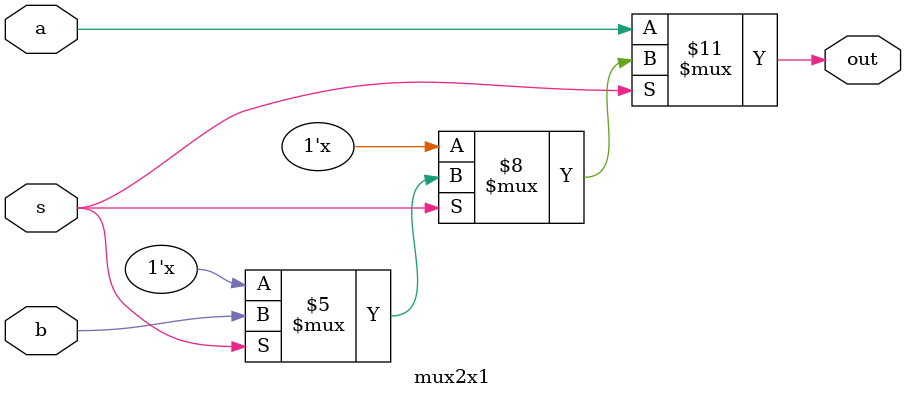
<source format=v>
`timescale 1ns / 1ps


module mux2x1(
    input a,b,s,
    output reg out
    );
//    assign out= (a&~s)|(b&s);
// OR
//    assign out= s ? a : b;
    always@(*)
    begin
    if(s==1'b0)
    out=a;
    else if (s==1'b1)
    out=b;

 // //alternate style
//     case (s)
//     1'b0:
//     out=a;
//     1'b1:
//     out=b;
//     default: 
//     out = 1'b0;
//     endcase
    end
endmodule

</source>
